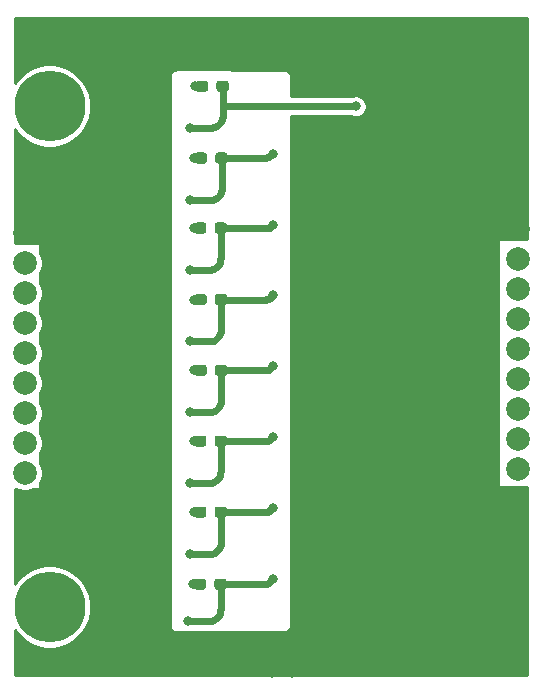
<source format=gbl>
%TF.GenerationSoftware,KiCad,Pcbnew,(5.1.8)-1*%
%TF.CreationDate,2021-02-13T13:18:38-08:00*%
%TF.ProjectId,20210213_Projects_PassiveBalanceBoard,32303231-3032-4313-935f-50726f6a6563,A0*%
%TF.SameCoordinates,PX5b5cac0PY99e0170*%
%TF.FileFunction,Copper,L2,Bot*%
%TF.FilePolarity,Positive*%
%FSLAX46Y46*%
G04 Gerber Fmt 4.6, Leading zero omitted, Abs format (unit mm)*
G04 Created by KiCad (PCBNEW (5.1.8)-1) date 2021-02-13 13:18:38*
%MOMM*%
%LPD*%
G01*
G04 APERTURE LIST*
%TA.AperFunction,ComponentPad*%
%ADD10C,6.000000*%
%TD*%
%TA.AperFunction,ComponentPad*%
%ADD11C,2.000000*%
%TD*%
%TA.AperFunction,ViaPad*%
%ADD12C,0.800000*%
%TD*%
%TA.AperFunction,ViaPad*%
%ADD13C,1.000000*%
%TD*%
%TA.AperFunction,ViaPad*%
%ADD14C,2.000000*%
%TD*%
%TA.AperFunction,Conductor*%
%ADD15C,0.600000*%
%TD*%
%TA.AperFunction,Conductor*%
%ADD16C,0.650000*%
%TD*%
%TA.AperFunction,Conductor*%
%ADD17C,0.800000*%
%TD*%
%TA.AperFunction,Conductor*%
%ADD18C,0.254000*%
%TD*%
G04 APERTURE END LIST*
D10*
X3500000Y6350000D03*
X3500000Y48750000D03*
D11*
X43200000Y18040000D03*
X43200000Y20580000D03*
X43200000Y23120000D03*
X43200000Y25660000D03*
X43200000Y28200000D03*
X43200000Y30740000D03*
X43200000Y33280000D03*
X43200000Y35820000D03*
X43200000Y38360000D03*
%TA.AperFunction,SMDPad,CuDef*%
G36*
G01*
X18550000Y26612500D02*
X18550000Y26137500D01*
G75*
G02*
X18312500Y25900000I-237500J0D01*
G01*
X17737500Y25900000D01*
G75*
G02*
X17500000Y26137500I0J237500D01*
G01*
X17500000Y26612500D01*
G75*
G02*
X17737500Y26850000I237500J0D01*
G01*
X18312500Y26850000D01*
G75*
G02*
X18550000Y26612500I0J-237500D01*
G01*
G37*
%TD.AperFunction*%
%TA.AperFunction,SMDPad,CuDef*%
G36*
G01*
X16800000Y26612500D02*
X16800000Y26137500D01*
G75*
G02*
X16562500Y25900000I-237500J0D01*
G01*
X15987500Y25900000D01*
G75*
G02*
X15750000Y26137500I0J237500D01*
G01*
X15750000Y26612500D01*
G75*
G02*
X15987500Y26850000I237500J0D01*
G01*
X16562500Y26850000D01*
G75*
G02*
X16800000Y26612500I0J-237500D01*
G01*
G37*
%TD.AperFunction*%
%TA.AperFunction,SMDPad,CuDef*%
G36*
G01*
X16775000Y20612500D02*
X16775000Y20137500D01*
G75*
G02*
X16537500Y19900000I-237500J0D01*
G01*
X15962500Y19900000D01*
G75*
G02*
X15725000Y20137500I0J237500D01*
G01*
X15725000Y20612500D01*
G75*
G02*
X15962500Y20850000I237500J0D01*
G01*
X16537500Y20850000D01*
G75*
G02*
X16775000Y20612500I0J-237500D01*
G01*
G37*
%TD.AperFunction*%
%TA.AperFunction,SMDPad,CuDef*%
G36*
G01*
X18525000Y20612500D02*
X18525000Y20137500D01*
G75*
G02*
X18287500Y19900000I-237500J0D01*
G01*
X17712500Y19900000D01*
G75*
G02*
X17475000Y20137500I0J237500D01*
G01*
X17475000Y20612500D01*
G75*
G02*
X17712500Y20850000I237500J0D01*
G01*
X18287500Y20850000D01*
G75*
G02*
X18525000Y20612500I0J-237500D01*
G01*
G37*
%TD.AperFunction*%
%TA.AperFunction,SMDPad,CuDef*%
G36*
G01*
X16775000Y14612500D02*
X16775000Y14137500D01*
G75*
G02*
X16537500Y13900000I-237500J0D01*
G01*
X15962500Y13900000D01*
G75*
G02*
X15725000Y14137500I0J237500D01*
G01*
X15725000Y14612500D01*
G75*
G02*
X15962500Y14850000I237500J0D01*
G01*
X16537500Y14850000D01*
G75*
G02*
X16775000Y14612500I0J-237500D01*
G01*
G37*
%TD.AperFunction*%
%TA.AperFunction,SMDPad,CuDef*%
G36*
G01*
X18525000Y14612500D02*
X18525000Y14137500D01*
G75*
G02*
X18287500Y13900000I-237500J0D01*
G01*
X17712500Y13900000D01*
G75*
G02*
X17475000Y14137500I0J237500D01*
G01*
X17475000Y14612500D01*
G75*
G02*
X17712500Y14850000I237500J0D01*
G01*
X18287500Y14850000D01*
G75*
G02*
X18525000Y14612500I0J-237500D01*
G01*
G37*
%TD.AperFunction*%
%TA.AperFunction,SMDPad,CuDef*%
G36*
G01*
X18675000Y50662500D02*
X18675000Y50187500D01*
G75*
G02*
X18437500Y49950000I-237500J0D01*
G01*
X17862500Y49950000D01*
G75*
G02*
X17625000Y50187500I0J237500D01*
G01*
X17625000Y50662500D01*
G75*
G02*
X17862500Y50900000I237500J0D01*
G01*
X18437500Y50900000D01*
G75*
G02*
X18675000Y50662500I0J-237500D01*
G01*
G37*
%TD.AperFunction*%
%TA.AperFunction,SMDPad,CuDef*%
G36*
G01*
X16925000Y50662500D02*
X16925000Y50187500D01*
G75*
G02*
X16687500Y49950000I-237500J0D01*
G01*
X16112500Y49950000D01*
G75*
G02*
X15875000Y50187500I0J237500D01*
G01*
X15875000Y50662500D01*
G75*
G02*
X16112500Y50900000I237500J0D01*
G01*
X16687500Y50900000D01*
G75*
G02*
X16925000Y50662500I0J-237500D01*
G01*
G37*
%TD.AperFunction*%
%TA.AperFunction,SMDPad,CuDef*%
G36*
G01*
X18575000Y44587500D02*
X18575000Y44112500D01*
G75*
G02*
X18337500Y43875000I-237500J0D01*
G01*
X17762500Y43875000D01*
G75*
G02*
X17525000Y44112500I0J237500D01*
G01*
X17525000Y44587500D01*
G75*
G02*
X17762500Y44825000I237500J0D01*
G01*
X18337500Y44825000D01*
G75*
G02*
X18575000Y44587500I0J-237500D01*
G01*
G37*
%TD.AperFunction*%
%TA.AperFunction,SMDPad,CuDef*%
G36*
G01*
X16825000Y44587500D02*
X16825000Y44112500D01*
G75*
G02*
X16587500Y43875000I-237500J0D01*
G01*
X16012500Y43875000D01*
G75*
G02*
X15775000Y44112500I0J237500D01*
G01*
X15775000Y44587500D01*
G75*
G02*
X16012500Y44825000I237500J0D01*
G01*
X16587500Y44825000D01*
G75*
G02*
X16825000Y44587500I0J-237500D01*
G01*
G37*
%TD.AperFunction*%
%TA.AperFunction,SMDPad,CuDef*%
G36*
G01*
X18525000Y38662500D02*
X18525000Y38187500D01*
G75*
G02*
X18287500Y37950000I-237500J0D01*
G01*
X17712500Y37950000D01*
G75*
G02*
X17475000Y38187500I0J237500D01*
G01*
X17475000Y38662500D01*
G75*
G02*
X17712500Y38900000I237500J0D01*
G01*
X18287500Y38900000D01*
G75*
G02*
X18525000Y38662500I0J-237500D01*
G01*
G37*
%TD.AperFunction*%
%TA.AperFunction,SMDPad,CuDef*%
G36*
G01*
X16775000Y38662500D02*
X16775000Y38187500D01*
G75*
G02*
X16537500Y37950000I-237500J0D01*
G01*
X15962500Y37950000D01*
G75*
G02*
X15725000Y38187500I0J237500D01*
G01*
X15725000Y38662500D01*
G75*
G02*
X15962500Y38900000I237500J0D01*
G01*
X16537500Y38900000D01*
G75*
G02*
X16775000Y38662500I0J-237500D01*
G01*
G37*
%TD.AperFunction*%
%TA.AperFunction,SMDPad,CuDef*%
G36*
G01*
X16800000Y32612500D02*
X16800000Y32137500D01*
G75*
G02*
X16562500Y31900000I-237500J0D01*
G01*
X15987500Y31900000D01*
G75*
G02*
X15750000Y32137500I0J237500D01*
G01*
X15750000Y32612500D01*
G75*
G02*
X15987500Y32850000I237500J0D01*
G01*
X16562500Y32850000D01*
G75*
G02*
X16800000Y32612500I0J-237500D01*
G01*
G37*
%TD.AperFunction*%
%TA.AperFunction,SMDPad,CuDef*%
G36*
G01*
X18550000Y32612500D02*
X18550000Y32137500D01*
G75*
G02*
X18312500Y31900000I-237500J0D01*
G01*
X17737500Y31900000D01*
G75*
G02*
X17500000Y32137500I0J237500D01*
G01*
X17500000Y32612500D01*
G75*
G02*
X17737500Y32850000I237500J0D01*
G01*
X18312500Y32850000D01*
G75*
G02*
X18550000Y32612500I0J-237500D01*
G01*
G37*
%TD.AperFunction*%
%TA.AperFunction,SMDPad,CuDef*%
G36*
G01*
X18500000Y8512500D02*
X18500000Y8037500D01*
G75*
G02*
X18262500Y7800000I-237500J0D01*
G01*
X17687500Y7800000D01*
G75*
G02*
X17450000Y8037500I0J237500D01*
G01*
X17450000Y8512500D01*
G75*
G02*
X17687500Y8750000I237500J0D01*
G01*
X18262500Y8750000D01*
G75*
G02*
X18500000Y8512500I0J-237500D01*
G01*
G37*
%TD.AperFunction*%
%TA.AperFunction,SMDPad,CuDef*%
G36*
G01*
X16750000Y8512500D02*
X16750000Y8037500D01*
G75*
G02*
X16512500Y7800000I-237500J0D01*
G01*
X15937500Y7800000D01*
G75*
G02*
X15700000Y8037500I0J237500D01*
G01*
X15700000Y8512500D01*
G75*
G02*
X15937500Y8750000I237500J0D01*
G01*
X16512500Y8750000D01*
G75*
G02*
X16750000Y8512500I0J-237500D01*
G01*
G37*
%TD.AperFunction*%
X1400000Y38010000D03*
X1400000Y35470000D03*
X1400000Y32930000D03*
X1400000Y30390000D03*
X1400000Y27850000D03*
X1400000Y25310000D03*
X1400000Y22770000D03*
X1400000Y20230000D03*
X1400000Y17690000D03*
D12*
X9900000Y4525000D03*
X10025000Y46725000D03*
X9900000Y40575000D03*
X9900000Y34675000D03*
X9875000Y22575000D03*
X9900000Y16575000D03*
X9875000Y10575000D03*
X9875000Y28550000D03*
D13*
X34200000Y9000000D03*
X34200000Y15000000D03*
X34200000Y21100000D03*
X34200000Y27100000D03*
X34200000Y33100000D03*
X34200000Y39100000D03*
X34200000Y45000000D03*
X34200000Y51000000D03*
X33100000Y51000000D03*
X35300000Y51000000D03*
X33100000Y45000000D03*
X35300000Y45000000D03*
X33100000Y39100000D03*
X35300000Y39100000D03*
X33100000Y33100000D03*
X35300000Y33100000D03*
X33100000Y27100000D03*
X33100000Y21100000D03*
X35300000Y21100000D03*
X35300000Y27100000D03*
X33100000Y15000000D03*
X35300000Y15000000D03*
X33100000Y9000000D03*
X35300000Y9000000D03*
D12*
X24025000Y3150000D03*
X24025000Y775000D03*
X22375000Y775000D03*
D14*
X2000000Y55000000D03*
X7000000Y55000000D03*
X12000000Y55000000D03*
X17000000Y55000000D03*
X22000000Y55000000D03*
X27000000Y55000000D03*
X32000000Y55000000D03*
X37000000Y55000000D03*
X42000000Y55000000D03*
X42000000Y2000000D03*
X37000000Y2000000D03*
X32000000Y2000000D03*
X27000000Y2000000D03*
D12*
X15200000Y5150000D03*
X22400000Y8725000D03*
X15400000Y10825000D03*
X22400000Y14725000D03*
X15400000Y16825000D03*
X22400000Y20725000D03*
X15400000Y22825000D03*
X22400000Y26725000D03*
X15400000Y28825000D03*
X22400000Y32725000D03*
X15400000Y34875000D03*
X22400000Y38675000D03*
X15400000Y40775000D03*
X22400000Y44725000D03*
X15400000Y46925000D03*
X29425000Y48725000D03*
X15850000Y50425000D03*
X15750000Y44350000D03*
X15700000Y38425000D03*
X15725000Y32375000D03*
X15725000Y26375000D03*
X15700000Y20375000D03*
X15700000Y14375000D03*
X15675000Y8275000D03*
D15*
X16975000Y5150000D02*
X15200000Y5150000D01*
X16975000Y5150000D02*
X17073017Y5154816D01*
X17073017Y5154816D02*
X17170090Y5169215D01*
X17170090Y5169215D02*
X17265284Y5193060D01*
X17265284Y5193060D02*
X17357683Y5226121D01*
X17357683Y5226121D02*
X17446396Y5268079D01*
X17446396Y5268079D02*
X17530570Y5318531D01*
X17530570Y5318531D02*
X17609393Y5376990D01*
X17609393Y5376990D02*
X17682106Y5442894D01*
X17682106Y5442894D02*
X17748010Y5515607D01*
X17748010Y5515607D02*
X17806469Y5594430D01*
X17806469Y5594430D02*
X17856921Y5678604D01*
X17856921Y5678604D02*
X17898879Y5767317D01*
X17898879Y5767317D02*
X17931940Y5859716D01*
X17931940Y5859716D02*
X17955785Y5954910D01*
X17955785Y5954910D02*
X17970184Y6051983D01*
X17970184Y6051983D02*
X17975000Y6150000D01*
X17975000Y6150000D02*
X17975000Y8275000D01*
X22162132Y8487133D02*
X22400000Y8725000D01*
X22162132Y8487133D02*
X22136385Y8462621D01*
X22136385Y8462621D02*
X22109468Y8439402D01*
X22109468Y8439402D02*
X22081443Y8417531D01*
X22081443Y8417531D02*
X22052379Y8397062D01*
X22052379Y8397062D02*
X22022346Y8378043D01*
X22022346Y8378043D02*
X21991415Y8360522D01*
X21991415Y8360522D02*
X21959662Y8344538D01*
X21959662Y8344538D02*
X21927163Y8330133D01*
X21927163Y8330133D02*
X21893997Y8317339D01*
X21893997Y8317339D02*
X21860242Y8306188D01*
X21860242Y8306188D02*
X21825981Y8296707D01*
X21825981Y8296707D02*
X21791296Y8288918D01*
X21791296Y8288918D02*
X21756271Y8282840D01*
X21756271Y8282840D02*
X21720990Y8278489D01*
X21720990Y8278489D02*
X21685537Y8275874D01*
X21685537Y8275874D02*
X21650000Y8275000D01*
X21650000Y8275000D02*
X17975000Y8275000D01*
X17000000Y10825000D02*
X15400000Y10825000D01*
X17000000Y10825000D02*
X17098017Y10829816D01*
X17098017Y10829816D02*
X17195090Y10844215D01*
X17195090Y10844215D02*
X17290284Y10868060D01*
X17290284Y10868060D02*
X17382683Y10901121D01*
X17382683Y10901121D02*
X17471396Y10943079D01*
X17471396Y10943079D02*
X17555570Y10993531D01*
X17555570Y10993531D02*
X17634393Y11051990D01*
X17634393Y11051990D02*
X17707106Y11117894D01*
X17707106Y11117894D02*
X17773010Y11190607D01*
X17773010Y11190607D02*
X17831469Y11269430D01*
X17831469Y11269430D02*
X17881921Y11353604D01*
X17881921Y11353604D02*
X17923879Y11442317D01*
X17923879Y11442317D02*
X17956940Y11534716D01*
X17956940Y11534716D02*
X17980785Y11629910D01*
X17980785Y11629910D02*
X17995184Y11726983D01*
X17995184Y11726983D02*
X18000000Y11825000D01*
X18000000Y11825000D02*
X18000000Y14375000D01*
X22262132Y14587133D02*
X22400000Y14725000D01*
X22262132Y14587133D02*
X22236385Y14562622D01*
X22236385Y14562622D02*
X22209467Y14539402D01*
X22209467Y14539402D02*
X22181443Y14517532D01*
X22181443Y14517532D02*
X22152379Y14497062D01*
X22152379Y14497062D02*
X22122345Y14478044D01*
X22122345Y14478044D02*
X22091415Y14460522D01*
X22091415Y14460522D02*
X22059662Y14444539D01*
X22059662Y14444539D02*
X22027163Y14430133D01*
X22027163Y14430133D02*
X21993997Y14417339D01*
X21993997Y14417339D02*
X21960242Y14406188D01*
X21960242Y14406188D02*
X21925981Y14396707D01*
X21925981Y14396707D02*
X21891296Y14388918D01*
X21891296Y14388918D02*
X21856271Y14382840D01*
X21856271Y14382840D02*
X21820990Y14378489D01*
X21820990Y14378489D02*
X21785537Y14375874D01*
X21785537Y14375874D02*
X21750000Y14375000D01*
X21750000Y14375000D02*
X18000000Y14375000D01*
X17975000Y20350000D02*
X18000000Y20375000D01*
X16975000Y16825000D02*
X15400000Y16825000D01*
X16975000Y16825000D02*
X17073017Y16829816D01*
X17073017Y16829816D02*
X17170090Y16844215D01*
X17170090Y16844215D02*
X17265284Y16868060D01*
X17265284Y16868060D02*
X17357683Y16901121D01*
X17357683Y16901121D02*
X17446396Y16943079D01*
X17446396Y16943079D02*
X17530570Y16993531D01*
X17530570Y16993531D02*
X17609393Y17051990D01*
X17609393Y17051990D02*
X17682106Y17117894D01*
X17682106Y17117894D02*
X17748010Y17190607D01*
X17748010Y17190607D02*
X17806469Y17269430D01*
X17806469Y17269430D02*
X17856921Y17353604D01*
X17856921Y17353604D02*
X17898879Y17442317D01*
X17898879Y17442317D02*
X17931940Y17534716D01*
X17931940Y17534716D02*
X17955785Y17629910D01*
X17955785Y17629910D02*
X17970184Y17726983D01*
X17970184Y17726983D02*
X17975000Y17825000D01*
X17975000Y17825000D02*
X17975000Y20350000D01*
X22262132Y20587133D02*
X22400000Y20725000D01*
X22262132Y20587133D02*
X22236385Y20562622D01*
X22236385Y20562622D02*
X22209467Y20539402D01*
X22209467Y20539402D02*
X22181443Y20517532D01*
X22181443Y20517532D02*
X22152379Y20497062D01*
X22152379Y20497062D02*
X22122345Y20478044D01*
X22122345Y20478044D02*
X22091415Y20460522D01*
X22091415Y20460522D02*
X22059662Y20444539D01*
X22059662Y20444539D02*
X22027163Y20430133D01*
X22027163Y20430133D02*
X21993997Y20417339D01*
X21993997Y20417339D02*
X21960242Y20406188D01*
X21960242Y20406188D02*
X21925981Y20396707D01*
X21925981Y20396707D02*
X21891296Y20388918D01*
X21891296Y20388918D02*
X21856271Y20382840D01*
X21856271Y20382840D02*
X21820990Y20378489D01*
X21820990Y20378489D02*
X21785537Y20375874D01*
X21785537Y20375874D02*
X21750000Y20375000D01*
X21750000Y20375000D02*
X18000000Y20375000D01*
X17000000Y22825000D02*
X15400000Y22825000D01*
X17000000Y22825000D02*
X17098017Y22829816D01*
X17098017Y22829816D02*
X17195090Y22844215D01*
X17195090Y22844215D02*
X17290284Y22868060D01*
X17290284Y22868060D02*
X17382683Y22901121D01*
X17382683Y22901121D02*
X17471396Y22943079D01*
X17471396Y22943079D02*
X17555570Y22993531D01*
X17555570Y22993531D02*
X17634393Y23051990D01*
X17634393Y23051990D02*
X17707106Y23117894D01*
X17707106Y23117894D02*
X17773010Y23190607D01*
X17773010Y23190607D02*
X17831469Y23269430D01*
X17831469Y23269430D02*
X17881921Y23353604D01*
X17881921Y23353604D02*
X17923879Y23442317D01*
X17923879Y23442317D02*
X17956940Y23534716D01*
X17956940Y23534716D02*
X17980785Y23629910D01*
X17980785Y23629910D02*
X17995184Y23726983D01*
X17995184Y23726983D02*
X18000000Y23825000D01*
X18000000Y23825000D02*
X18000000Y26375000D01*
X22262132Y26587133D02*
X22400000Y26725000D01*
X22262132Y26587133D02*
X22236385Y26562622D01*
X22236385Y26562622D02*
X22209467Y26539402D01*
X22209467Y26539402D02*
X22181443Y26517532D01*
X22181443Y26517532D02*
X22152379Y26497062D01*
X22152379Y26497062D02*
X22122345Y26478044D01*
X22122345Y26478044D02*
X22091415Y26460522D01*
X22091415Y26460522D02*
X22059662Y26444539D01*
X22059662Y26444539D02*
X22027163Y26430133D01*
X22027163Y26430133D02*
X21993997Y26417339D01*
X21993997Y26417339D02*
X21960242Y26406188D01*
X21960242Y26406188D02*
X21925981Y26396707D01*
X21925981Y26396707D02*
X21891296Y26388918D01*
X21891296Y26388918D02*
X21856271Y26382840D01*
X21856271Y26382840D02*
X21820990Y26378489D01*
X21820990Y26378489D02*
X21785537Y26375874D01*
X21785537Y26375874D02*
X21750000Y26375000D01*
X21750000Y26375000D02*
X18025000Y26375000D01*
X17000000Y28825000D02*
X15400000Y28825000D01*
X17000000Y28825000D02*
X17098017Y28829816D01*
X17098017Y28829816D02*
X17195090Y28844215D01*
X17195090Y28844215D02*
X17290284Y28868060D01*
X17290284Y28868060D02*
X17382683Y28901121D01*
X17382683Y28901121D02*
X17471396Y28943079D01*
X17471396Y28943079D02*
X17555570Y28993531D01*
X17555570Y28993531D02*
X17634393Y29051990D01*
X17634393Y29051990D02*
X17707106Y29117894D01*
X17707106Y29117894D02*
X17773010Y29190607D01*
X17773010Y29190607D02*
X17831469Y29269430D01*
X17831469Y29269430D02*
X17881921Y29353604D01*
X17881921Y29353604D02*
X17923879Y29442317D01*
X17923879Y29442317D02*
X17956940Y29534716D01*
X17956940Y29534716D02*
X17980785Y29629910D01*
X17980785Y29629910D02*
X17995184Y29726983D01*
X17995184Y29726983D02*
X18000000Y29825000D01*
X18000000Y29825000D02*
X18000000Y32375000D01*
X22262132Y32587133D02*
X22400000Y32725000D01*
X22262132Y32587133D02*
X22236385Y32562622D01*
X22236385Y32562622D02*
X22209467Y32539402D01*
X22209467Y32539402D02*
X22181443Y32517532D01*
X22181443Y32517532D02*
X22152379Y32497062D01*
X22152379Y32497062D02*
X22122345Y32478044D01*
X22122345Y32478044D02*
X22091415Y32460522D01*
X22091415Y32460522D02*
X22059662Y32444539D01*
X22059662Y32444539D02*
X22027163Y32430133D01*
X22027163Y32430133D02*
X21993997Y32417339D01*
X21993997Y32417339D02*
X21960242Y32406188D01*
X21960242Y32406188D02*
X21925981Y32396707D01*
X21925981Y32396707D02*
X21891296Y32388918D01*
X21891296Y32388918D02*
X21856271Y32382840D01*
X21856271Y32382840D02*
X21820990Y32378489D01*
X21820990Y32378489D02*
X21785537Y32375874D01*
X21785537Y32375874D02*
X21750000Y32375000D01*
X21750000Y32375000D02*
X18025000Y32375000D01*
X16975000Y34875000D02*
X15400000Y34875000D01*
X16975000Y34875000D02*
X17073017Y34879816D01*
X17073017Y34879816D02*
X17170090Y34894215D01*
X17170090Y34894215D02*
X17265284Y34918060D01*
X17265284Y34918060D02*
X17357683Y34951121D01*
X17357683Y34951121D02*
X17446396Y34993079D01*
X17446396Y34993079D02*
X17530570Y35043531D01*
X17530570Y35043531D02*
X17609393Y35101990D01*
X17609393Y35101990D02*
X17682106Y35167894D01*
X17682106Y35167894D02*
X17748010Y35240607D01*
X17748010Y35240607D02*
X17806469Y35319430D01*
X17806469Y35319430D02*
X17856921Y35403604D01*
X17856921Y35403604D02*
X17898879Y35492317D01*
X17898879Y35492317D02*
X17931940Y35584716D01*
X17931940Y35584716D02*
X17955785Y35679910D01*
X17955785Y35679910D02*
X17970184Y35776983D01*
X17970184Y35776983D02*
X17975000Y35875000D01*
X17975000Y35875000D02*
X17975000Y38425000D01*
X22326776Y38601777D02*
X22400000Y38675000D01*
X22326776Y38601777D02*
X22305320Y38581351D01*
X22305320Y38581351D02*
X22282889Y38562002D01*
X22282889Y38562002D02*
X22259535Y38543776D01*
X22259535Y38543776D02*
X22235315Y38526718D01*
X22235315Y38526718D02*
X22210287Y38510870D01*
X22210287Y38510870D02*
X22184512Y38496268D01*
X22184512Y38496268D02*
X22158051Y38482949D01*
X22158051Y38482949D02*
X22130969Y38470944D01*
X22130969Y38470944D02*
X22103330Y38460282D01*
X22103330Y38460282D02*
X22075201Y38450990D01*
X22075201Y38450990D02*
X22046651Y38443089D01*
X22046651Y38443089D02*
X22017747Y38436598D01*
X22017747Y38436598D02*
X21988559Y38431534D01*
X21988559Y38431534D02*
X21959158Y38427907D01*
X21959158Y38427907D02*
X21929614Y38425728D01*
X21929614Y38425728D02*
X21900000Y38425000D01*
X21900000Y38425000D02*
X18000000Y38425000D01*
X17075000Y40775000D02*
X15400000Y40775000D01*
X17075000Y40775000D02*
X17173017Y40779816D01*
X17173017Y40779816D02*
X17270090Y40794215D01*
X17270090Y40794215D02*
X17365284Y40818060D01*
X17365284Y40818060D02*
X17457683Y40851121D01*
X17457683Y40851121D02*
X17546396Y40893079D01*
X17546396Y40893079D02*
X17630570Y40943531D01*
X17630570Y40943531D02*
X17709393Y41001990D01*
X17709393Y41001990D02*
X17782106Y41067894D01*
X17782106Y41067894D02*
X17848010Y41140607D01*
X17848010Y41140607D02*
X17906469Y41219430D01*
X17906469Y41219430D02*
X17956921Y41303604D01*
X17956921Y41303604D02*
X17998879Y41392317D01*
X17998879Y41392317D02*
X18031940Y41484716D01*
X18031940Y41484716D02*
X18055785Y41579910D01*
X18055785Y41579910D02*
X18070184Y41676983D01*
X18070184Y41676983D02*
X18075000Y41775000D01*
X18075000Y41775000D02*
X18075000Y44375000D01*
X22378553Y44703554D02*
X22400000Y44725000D01*
X22378553Y44703554D02*
X22335642Y44662701D01*
X22335642Y44662701D02*
X22290779Y44624002D01*
X22290779Y44624002D02*
X22244072Y44587551D01*
X22244072Y44587551D02*
X22195632Y44553435D01*
X22195632Y44553435D02*
X22145576Y44521738D01*
X22145576Y44521738D02*
X22094025Y44492535D01*
X22094025Y44492535D02*
X22041104Y44465896D01*
X22041104Y44465896D02*
X21986939Y44441887D01*
X21986939Y44441887D02*
X21931661Y44420564D01*
X21931661Y44420564D02*
X21875404Y44401979D01*
X21875404Y44401979D02*
X21818302Y44386176D01*
X21818302Y44386176D02*
X21760494Y44373195D01*
X21760494Y44373195D02*
X21702119Y44363066D01*
X21702119Y44363066D02*
X21643317Y44355814D01*
X21643317Y44355814D02*
X21584229Y44351455D01*
X21584229Y44351455D02*
X21525000Y44350000D01*
X21525000Y44350000D02*
X18050000Y44350000D01*
X17150000Y46925000D02*
X15400000Y46925000D01*
X17150000Y46925000D02*
X17248017Y46929816D01*
X17248017Y46929816D02*
X17345090Y46944215D01*
X17345090Y46944215D02*
X17440284Y46968060D01*
X17440284Y46968060D02*
X17532683Y47001121D01*
X17532683Y47001121D02*
X17621396Y47043079D01*
X17621396Y47043079D02*
X17705570Y47093531D01*
X17705570Y47093531D02*
X17784393Y47151990D01*
X17784393Y47151990D02*
X17857106Y47217894D01*
X17857106Y47217894D02*
X17923010Y47290607D01*
X17923010Y47290607D02*
X17981469Y47369430D01*
X17981469Y47369430D02*
X18031921Y47453604D01*
X18031921Y47453604D02*
X18073879Y47542317D01*
X18073879Y47542317D02*
X18106940Y47634716D01*
X18106940Y47634716D02*
X18130785Y47729910D01*
X18130785Y47729910D02*
X18145184Y47826983D01*
X18145184Y47826983D02*
X18150000Y47925000D01*
X18150000Y47925000D02*
X18150000Y48750000D01*
X18150000Y48750000D02*
X18150000Y50425000D01*
D16*
X29400000Y48750000D02*
X29425000Y48725000D01*
D15*
X18150000Y48750000D02*
X29400000Y48750000D01*
D17*
X16400000Y50425000D02*
X15850000Y50425000D01*
X16300000Y44350000D02*
X15750000Y44350000D01*
X15700000Y38425000D02*
X16250000Y38425000D01*
X16275000Y32375000D02*
X15725000Y32375000D01*
X16275000Y26375000D02*
X15725000Y26375000D01*
X15700000Y20375000D02*
X16250000Y20375000D01*
X16250000Y14375000D02*
X15700000Y14375000D01*
X16225000Y8275000D02*
X15675000Y8275000D01*
D18*
X43898001Y37477000D02*
X41600000Y37477000D01*
X41575224Y37474560D01*
X41551399Y37467333D01*
X41529443Y37455597D01*
X41510197Y37439803D01*
X41494403Y37420557D01*
X41482667Y37398601D01*
X41475440Y37374776D01*
X41473000Y37350000D01*
X41473000Y16650000D01*
X41475440Y16625224D01*
X41482667Y16601399D01*
X41494403Y16579443D01*
X41510197Y16560197D01*
X41529443Y16544403D01*
X41551399Y16532667D01*
X41575224Y16525440D01*
X41600000Y16523000D01*
X42999330Y16523000D01*
X43049604Y16513000D01*
X43350396Y16513000D01*
X43400670Y16523000D01*
X43898000Y16523000D01*
X43898000Y552000D01*
X552000Y552000D01*
X552000Y4413561D01*
X760400Y4101668D01*
X1251668Y3610400D01*
X1829339Y3224413D01*
X2471212Y2958540D01*
X3152621Y2823000D01*
X3847379Y2823000D01*
X4528788Y2958540D01*
X5170661Y3224413D01*
X5748332Y3610400D01*
X6239600Y4101668D01*
X6625587Y4679339D01*
X6891460Y5321212D01*
X7027000Y6002621D01*
X7027000Y6697379D01*
X6891460Y7378788D01*
X6625587Y8020661D01*
X6239600Y8598332D01*
X5748332Y9089600D01*
X5170661Y9475587D01*
X4528788Y9741460D01*
X3847379Y9877000D01*
X3152621Y9877000D01*
X2471212Y9741460D01*
X1829339Y9475587D01*
X1251668Y9089600D01*
X760400Y8598332D01*
X552000Y8286439D01*
X552000Y16373000D01*
X622502Y16373000D01*
X676694Y16336790D01*
X954590Y16221681D01*
X1249604Y16163000D01*
X1550396Y16163000D01*
X1845410Y16221681D01*
X2123306Y16336790D01*
X2177498Y16373000D01*
X2600000Y16373000D01*
X2624776Y16375440D01*
X2648601Y16382667D01*
X2670557Y16394403D01*
X2689803Y16410197D01*
X2705597Y16429443D01*
X2717333Y16451399D01*
X2724560Y16475224D01*
X2727000Y16500000D01*
X2727000Y16927468D01*
X2753210Y16966694D01*
X2868319Y17244590D01*
X2927000Y17539604D01*
X2927000Y17840396D01*
X2868319Y18135410D01*
X2753210Y18413306D01*
X2727000Y18452532D01*
X2727000Y19467468D01*
X2753210Y19506694D01*
X2868319Y19784590D01*
X2927000Y20079604D01*
X2927000Y20380396D01*
X2868319Y20675410D01*
X2753210Y20953306D01*
X2727000Y20992532D01*
X2727000Y22007468D01*
X2753210Y22046694D01*
X2868319Y22324590D01*
X2927000Y22619604D01*
X2927000Y22920396D01*
X2868319Y23215410D01*
X2753210Y23493306D01*
X2727000Y23532532D01*
X2727000Y24547468D01*
X2753210Y24586694D01*
X2868319Y24864590D01*
X2927000Y25159604D01*
X2927000Y25460396D01*
X2868319Y25755410D01*
X2753210Y26033306D01*
X2727000Y26072532D01*
X2727000Y27087468D01*
X2753210Y27126694D01*
X2868319Y27404590D01*
X2927000Y27699604D01*
X2927000Y28000396D01*
X2868319Y28295410D01*
X2753210Y28573306D01*
X2727000Y28612532D01*
X2727000Y29627468D01*
X2753210Y29666694D01*
X2868319Y29944590D01*
X2927000Y30239604D01*
X2927000Y30540396D01*
X2868319Y30835410D01*
X2753210Y31113306D01*
X2727000Y31152532D01*
X2727000Y32167468D01*
X2753210Y32206694D01*
X2868319Y32484590D01*
X2927000Y32779604D01*
X2927000Y33080396D01*
X2868319Y33375410D01*
X2753210Y33653306D01*
X2727000Y33692532D01*
X2727000Y34707468D01*
X2753210Y34746694D01*
X2868319Y35024590D01*
X2927000Y35319604D01*
X2927000Y35620396D01*
X2868319Y35915410D01*
X2753210Y36193306D01*
X2727000Y36232532D01*
X2727000Y37050000D01*
X2724560Y37074776D01*
X2717333Y37098601D01*
X2705597Y37120557D01*
X2689803Y37139803D01*
X2670557Y37155597D01*
X2648601Y37167333D01*
X2624776Y37174560D01*
X2600000Y37177000D01*
X552000Y37177000D01*
X552000Y46813561D01*
X760400Y46501668D01*
X1251668Y46010400D01*
X1829339Y45624413D01*
X2471212Y45358540D01*
X3152621Y45223000D01*
X3847379Y45223000D01*
X4528788Y45358540D01*
X5170661Y45624413D01*
X5748332Y46010400D01*
X6239600Y46501668D01*
X6625587Y47079339D01*
X6891460Y47721212D01*
X7027000Y48402621D01*
X7027000Y49097379D01*
X6891460Y49778788D01*
X6625587Y50420661D01*
X6239600Y50998332D01*
X5913706Y51324226D01*
X13673000Y51324226D01*
X13673000Y4750000D01*
X13674564Y4730133D01*
X13694141Y4606526D01*
X13700427Y4582437D01*
X13706419Y4568736D01*
X13763235Y4457229D01*
X13776658Y4436261D01*
X13786590Y4425083D01*
X13875083Y4336590D01*
X13894329Y4320796D01*
X13907229Y4313235D01*
X14018736Y4256419D01*
X14041920Y4247345D01*
X14056526Y4244141D01*
X14180133Y4224564D01*
X14200000Y4223000D01*
X23400000Y4223000D01*
X23419867Y4224564D01*
X23543474Y4244141D01*
X23567563Y4250427D01*
X23581264Y4256419D01*
X23692771Y4313235D01*
X23713739Y4326658D01*
X23724917Y4336590D01*
X23813410Y4425083D01*
X23829204Y4444329D01*
X23836765Y4457229D01*
X23893581Y4568736D01*
X23902655Y4591920D01*
X23905859Y4606526D01*
X23925436Y4730133D01*
X23927000Y4750000D01*
X23927000Y47923000D01*
X28956723Y47923000D01*
X28985901Y47903504D01*
X29154604Y47833624D01*
X29333699Y47798000D01*
X29516301Y47798000D01*
X29695396Y47833624D01*
X29864099Y47903504D01*
X30015928Y48004952D01*
X30145048Y48134072D01*
X30246496Y48285901D01*
X30316376Y48454604D01*
X30352000Y48633699D01*
X30352000Y48816301D01*
X30316376Y48995396D01*
X30246496Y49164099D01*
X30145048Y49315928D01*
X30015928Y49445048D01*
X29864099Y49546496D01*
X29695396Y49616376D01*
X29516301Y49652000D01*
X29333699Y49652000D01*
X29154604Y49616376D01*
X29059543Y49577000D01*
X23927000Y49577000D01*
X23927000Y51306433D01*
X23925440Y51326276D01*
X23905910Y51449735D01*
X23899629Y51473826D01*
X23893662Y51487482D01*
X23836981Y51598887D01*
X23823571Y51619863D01*
X23813678Y51631013D01*
X23725378Y51719483D01*
X23706148Y51735296D01*
X23693299Y51742847D01*
X23582005Y51799744D01*
X23558833Y51808849D01*
X23544280Y51812066D01*
X23420859Y51831834D01*
X23401020Y51833432D01*
X14201020Y51851225D01*
X14181125Y51849696D01*
X14057333Y51830310D01*
X14033233Y51824066D01*
X14019478Y51818075D01*
X13907758Y51761341D01*
X13886772Y51747946D01*
X13875547Y51737995D01*
X13786860Y51649480D01*
X13771047Y51630250D01*
X13763451Y51617313D01*
X13706501Y51505703D01*
X13697413Y51482524D01*
X13694192Y51467871D01*
X13674567Y51344117D01*
X13673000Y51324226D01*
X5913706Y51324226D01*
X5748332Y51489600D01*
X5170661Y51875587D01*
X4528788Y52141460D01*
X3847379Y52277000D01*
X3152621Y52277000D01*
X2471212Y52141460D01*
X1829339Y51875587D01*
X1251668Y51489600D01*
X760400Y50998332D01*
X552000Y50686439D01*
X552000Y56198000D01*
X43898001Y56198000D01*
X43898001Y37477000D01*
%TA.AperFunction,Conductor*%
G36*
X43898001Y37477000D02*
G01*
X41600000Y37477000D01*
X41575224Y37474560D01*
X41551399Y37467333D01*
X41529443Y37455597D01*
X41510197Y37439803D01*
X41494403Y37420557D01*
X41482667Y37398601D01*
X41475440Y37374776D01*
X41473000Y37350000D01*
X41473000Y16650000D01*
X41475440Y16625224D01*
X41482667Y16601399D01*
X41494403Y16579443D01*
X41510197Y16560197D01*
X41529443Y16544403D01*
X41551399Y16532667D01*
X41575224Y16525440D01*
X41600000Y16523000D01*
X42999330Y16523000D01*
X43049604Y16513000D01*
X43350396Y16513000D01*
X43400670Y16523000D01*
X43898000Y16523000D01*
X43898000Y552000D01*
X552000Y552000D01*
X552000Y4413561D01*
X760400Y4101668D01*
X1251668Y3610400D01*
X1829339Y3224413D01*
X2471212Y2958540D01*
X3152621Y2823000D01*
X3847379Y2823000D01*
X4528788Y2958540D01*
X5170661Y3224413D01*
X5748332Y3610400D01*
X6239600Y4101668D01*
X6625587Y4679339D01*
X6891460Y5321212D01*
X7027000Y6002621D01*
X7027000Y6697379D01*
X6891460Y7378788D01*
X6625587Y8020661D01*
X6239600Y8598332D01*
X5748332Y9089600D01*
X5170661Y9475587D01*
X4528788Y9741460D01*
X3847379Y9877000D01*
X3152621Y9877000D01*
X2471212Y9741460D01*
X1829339Y9475587D01*
X1251668Y9089600D01*
X760400Y8598332D01*
X552000Y8286439D01*
X552000Y16373000D01*
X622502Y16373000D01*
X676694Y16336790D01*
X954590Y16221681D01*
X1249604Y16163000D01*
X1550396Y16163000D01*
X1845410Y16221681D01*
X2123306Y16336790D01*
X2177498Y16373000D01*
X2600000Y16373000D01*
X2624776Y16375440D01*
X2648601Y16382667D01*
X2670557Y16394403D01*
X2689803Y16410197D01*
X2705597Y16429443D01*
X2717333Y16451399D01*
X2724560Y16475224D01*
X2727000Y16500000D01*
X2727000Y16927468D01*
X2753210Y16966694D01*
X2868319Y17244590D01*
X2927000Y17539604D01*
X2927000Y17840396D01*
X2868319Y18135410D01*
X2753210Y18413306D01*
X2727000Y18452532D01*
X2727000Y19467468D01*
X2753210Y19506694D01*
X2868319Y19784590D01*
X2927000Y20079604D01*
X2927000Y20380396D01*
X2868319Y20675410D01*
X2753210Y20953306D01*
X2727000Y20992532D01*
X2727000Y22007468D01*
X2753210Y22046694D01*
X2868319Y22324590D01*
X2927000Y22619604D01*
X2927000Y22920396D01*
X2868319Y23215410D01*
X2753210Y23493306D01*
X2727000Y23532532D01*
X2727000Y24547468D01*
X2753210Y24586694D01*
X2868319Y24864590D01*
X2927000Y25159604D01*
X2927000Y25460396D01*
X2868319Y25755410D01*
X2753210Y26033306D01*
X2727000Y26072532D01*
X2727000Y27087468D01*
X2753210Y27126694D01*
X2868319Y27404590D01*
X2927000Y27699604D01*
X2927000Y28000396D01*
X2868319Y28295410D01*
X2753210Y28573306D01*
X2727000Y28612532D01*
X2727000Y29627468D01*
X2753210Y29666694D01*
X2868319Y29944590D01*
X2927000Y30239604D01*
X2927000Y30540396D01*
X2868319Y30835410D01*
X2753210Y31113306D01*
X2727000Y31152532D01*
X2727000Y32167468D01*
X2753210Y32206694D01*
X2868319Y32484590D01*
X2927000Y32779604D01*
X2927000Y33080396D01*
X2868319Y33375410D01*
X2753210Y33653306D01*
X2727000Y33692532D01*
X2727000Y34707468D01*
X2753210Y34746694D01*
X2868319Y35024590D01*
X2927000Y35319604D01*
X2927000Y35620396D01*
X2868319Y35915410D01*
X2753210Y36193306D01*
X2727000Y36232532D01*
X2727000Y37050000D01*
X2724560Y37074776D01*
X2717333Y37098601D01*
X2705597Y37120557D01*
X2689803Y37139803D01*
X2670557Y37155597D01*
X2648601Y37167333D01*
X2624776Y37174560D01*
X2600000Y37177000D01*
X552000Y37177000D01*
X552000Y46813561D01*
X760400Y46501668D01*
X1251668Y46010400D01*
X1829339Y45624413D01*
X2471212Y45358540D01*
X3152621Y45223000D01*
X3847379Y45223000D01*
X4528788Y45358540D01*
X5170661Y45624413D01*
X5748332Y46010400D01*
X6239600Y46501668D01*
X6625587Y47079339D01*
X6891460Y47721212D01*
X7027000Y48402621D01*
X7027000Y49097379D01*
X6891460Y49778788D01*
X6625587Y50420661D01*
X6239600Y50998332D01*
X5913706Y51324226D01*
X13673000Y51324226D01*
X13673000Y4750000D01*
X13674564Y4730133D01*
X13694141Y4606526D01*
X13700427Y4582437D01*
X13706419Y4568736D01*
X13763235Y4457229D01*
X13776658Y4436261D01*
X13786590Y4425083D01*
X13875083Y4336590D01*
X13894329Y4320796D01*
X13907229Y4313235D01*
X14018736Y4256419D01*
X14041920Y4247345D01*
X14056526Y4244141D01*
X14180133Y4224564D01*
X14200000Y4223000D01*
X23400000Y4223000D01*
X23419867Y4224564D01*
X23543474Y4244141D01*
X23567563Y4250427D01*
X23581264Y4256419D01*
X23692771Y4313235D01*
X23713739Y4326658D01*
X23724917Y4336590D01*
X23813410Y4425083D01*
X23829204Y4444329D01*
X23836765Y4457229D01*
X23893581Y4568736D01*
X23902655Y4591920D01*
X23905859Y4606526D01*
X23925436Y4730133D01*
X23927000Y4750000D01*
X23927000Y47923000D01*
X28956723Y47923000D01*
X28985901Y47903504D01*
X29154604Y47833624D01*
X29333699Y47798000D01*
X29516301Y47798000D01*
X29695396Y47833624D01*
X29864099Y47903504D01*
X30015928Y48004952D01*
X30145048Y48134072D01*
X30246496Y48285901D01*
X30316376Y48454604D01*
X30352000Y48633699D01*
X30352000Y48816301D01*
X30316376Y48995396D01*
X30246496Y49164099D01*
X30145048Y49315928D01*
X30015928Y49445048D01*
X29864099Y49546496D01*
X29695396Y49616376D01*
X29516301Y49652000D01*
X29333699Y49652000D01*
X29154604Y49616376D01*
X29059543Y49577000D01*
X23927000Y49577000D01*
X23927000Y51306433D01*
X23925440Y51326276D01*
X23905910Y51449735D01*
X23899629Y51473826D01*
X23893662Y51487482D01*
X23836981Y51598887D01*
X23823571Y51619863D01*
X23813678Y51631013D01*
X23725378Y51719483D01*
X23706148Y51735296D01*
X23693299Y51742847D01*
X23582005Y51799744D01*
X23558833Y51808849D01*
X23544280Y51812066D01*
X23420859Y51831834D01*
X23401020Y51833432D01*
X14201020Y51851225D01*
X14181125Y51849696D01*
X14057333Y51830310D01*
X14033233Y51824066D01*
X14019478Y51818075D01*
X13907758Y51761341D01*
X13886772Y51747946D01*
X13875547Y51737995D01*
X13786860Y51649480D01*
X13771047Y51630250D01*
X13763451Y51617313D01*
X13706501Y51505703D01*
X13697413Y51482524D01*
X13694192Y51467871D01*
X13674567Y51344117D01*
X13673000Y51324226D01*
X5913706Y51324226D01*
X5748332Y51489600D01*
X5170661Y51875587D01*
X4528788Y52141460D01*
X3847379Y52277000D01*
X3152621Y52277000D01*
X2471212Y52141460D01*
X1829339Y51875587D01*
X1251668Y51489600D01*
X760400Y50998332D01*
X552000Y50686439D01*
X552000Y56198000D01*
X43898001Y56198000D01*
X43898001Y37477000D01*
G37*
%TD.AperFunction*%
M02*

</source>
